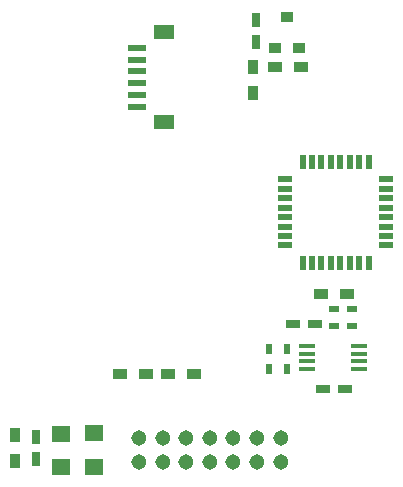
<source format=gbp>
G04 #@! TF.FileFunction,Paste,Bot*
%FSLAX46Y46*%
G04 Gerber Fmt 4.6, Leading zero omitted, Abs format (unit mm)*
G04 Created by KiCad (PCBNEW 4.0.6) date 08/27/17 11:03:30*
%MOMM*%
%LPD*%
G01*
G04 APERTURE LIST*
%ADD10C,0.100000*%
%ADD11R,1.450000X0.450000*%
%ADD12R,1.270000X0.533400*%
%ADD13R,0.533400X1.270000*%
%ADD14R,1.200000X0.750000*%
%ADD15R,0.900000X1.200000*%
%ADD16R,0.998220X0.899160*%
%ADD17R,0.750000X1.200000*%
%ADD18R,1.597660X1.399540*%
%ADD19R,1.200000X0.900000*%
%ADD20R,1.549400X0.599440*%
%ADD21R,1.798320X1.198880*%
%ADD22R,0.500000X0.900000*%
%ADD23R,0.900000X0.500000*%
%ADD24C,1.305560*%
G04 APERTURE END LIST*
D10*
D11*
X161223600Y-114622600D03*
X161223600Y-113972600D03*
X161223600Y-113322600D03*
X161223600Y-112672600D03*
X165623600Y-112672600D03*
X165623600Y-113322600D03*
X165623600Y-113972600D03*
X165623600Y-114622600D03*
D12*
X159334200Y-104153080D03*
X159334200Y-103352980D03*
X159334200Y-102552880D03*
X159334200Y-101752780D03*
X159334200Y-100955220D03*
X159334200Y-100155120D03*
X159334200Y-99355020D03*
X159334200Y-98554920D03*
D13*
X160827720Y-97061400D03*
X161627820Y-97061400D03*
X162427920Y-97061400D03*
X163228020Y-97061400D03*
X164025580Y-97061400D03*
X164825680Y-97061400D03*
X165625780Y-97061400D03*
X166425880Y-97061400D03*
D12*
X167916860Y-98554920D03*
X167916860Y-99355020D03*
X167916860Y-100155120D03*
X167916860Y-100955220D03*
X167916860Y-101752780D03*
X167916860Y-102552880D03*
X167916860Y-103352980D03*
X167916860Y-104153080D03*
D13*
X166425880Y-105644060D03*
X165625780Y-105644060D03*
X164825680Y-105644060D03*
X164025580Y-105644060D03*
X163228020Y-105644060D03*
X162427920Y-105644060D03*
X161627820Y-105644060D03*
X160827720Y-105644060D03*
D14*
X161884400Y-110802800D03*
X159984400Y-110802800D03*
D15*
X136474200Y-120218400D03*
X136474200Y-122418400D03*
X156667200Y-91278000D03*
X156667200Y-89078000D03*
D16*
X160510220Y-87411940D03*
X158513780Y-87411940D03*
X159512000Y-84816060D03*
D17*
X156870400Y-85062400D03*
X156870400Y-86962400D03*
D18*
X143129000Y-120071260D03*
X143129000Y-122870340D03*
X140360400Y-120122060D03*
X140360400Y-122921140D03*
D19*
X162425200Y-108262800D03*
X164625200Y-108262800D03*
X158513600Y-89060400D03*
X160713600Y-89060400D03*
X147607200Y-115070000D03*
X145407200Y-115070000D03*
X151671200Y-115070000D03*
X149471200Y-115070000D03*
D20*
X146839940Y-87409400D03*
X146839940Y-88410160D03*
X146839940Y-89410920D03*
X146839940Y-90409140D03*
X146839940Y-91407360D03*
X146839940Y-92408120D03*
D21*
X149062440Y-86111460D03*
X149062440Y-93708600D03*
D17*
X138226800Y-120368400D03*
X138226800Y-122268400D03*
D14*
X164424400Y-116340000D03*
X162524400Y-116340000D03*
D22*
X159500000Y-114587400D03*
X158000000Y-114587400D03*
X159500000Y-112885600D03*
X158000000Y-112885600D03*
D23*
X163525200Y-109494000D03*
X163525200Y-110994000D03*
X165049200Y-109494000D03*
X165049200Y-110994000D03*
D24*
X146970000Y-120470000D03*
X146970000Y-122468980D03*
X148968980Y-120470000D03*
X148968980Y-122468980D03*
X150967960Y-120470000D03*
X150967960Y-122468980D03*
X152969480Y-120470000D03*
X152969480Y-122468980D03*
X154968460Y-120470000D03*
X154968460Y-122468980D03*
X156969980Y-120470000D03*
X156969980Y-122468980D03*
X158968960Y-120470000D03*
X158968960Y-122468980D03*
M02*

</source>
